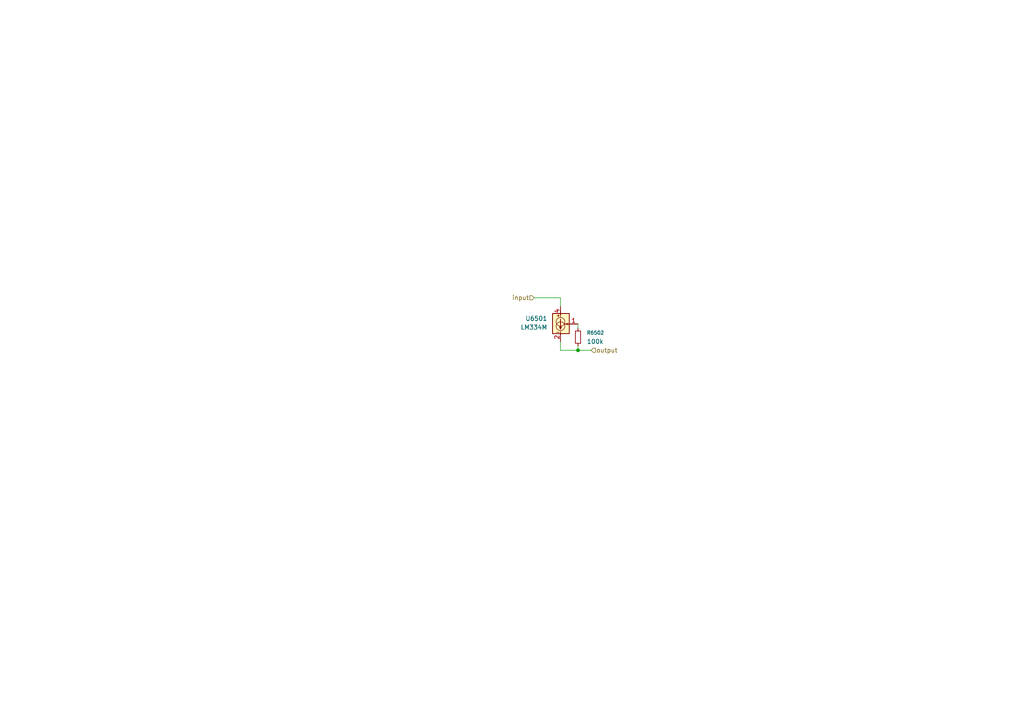
<source format=kicad_sch>
(kicad_sch (version 20250114) (generator "eeschema") (generator_version "9.0")
  (paper "A4")
  (lib_symbols
    (symbol "Device:R_Small" (pin_numbers (hide yes)) (pin_names (offset 0.254) (hide yes))
      (property "Reference" "R" (at 0 0 90))
      (property "Value" "R_Small" (at 1.778 0 90))
      (symbol "R_Small_0_1"
        (rectangle (start -0.762 1.778) (end 0.762 -1.778) (stroke (width 0.2032)))
      )
      (symbol "R_Small_1_1"
        (pin passive line (at 0 2.54 270) (length 0.762) (name "~") (number "1"))
        (pin passive line (at 0 -2.54 90) (length 0.762) (name "~") (number "2"))
      )
    )
    (symbol "Reference_Current:LM334M"
      (property "Reference" "U" (at 0.635 6.35 0))
      (property "Value" "LM334M" (at 0.635 4.445 0))
      (symbol "LM334M_0_1"
        (rectangle (start -2.286 3.048) (end 2.54 -2.794) (stroke (width 0.254)) (fill (type background)))
        (polyline (pts (xy -1.143 -2.413) (xy -0.381 -2.413)))
        (polyline (pts (xy -1.016 2.413) (xy -0.254 2.413)))
        (polyline (pts (xy -0.635 2.794) (xy -0.635 2.032)))
        (polyline (pts (xy 0 3.81) (xy 0 1.905)))
        (polyline (pts (xy 0 1.397) (xy 0 -1.397)) (stroke (width 0.254)))
        (circle (center 0 0.635) (radius 1.27))
        (circle (center 0 -0.635) (radius 1.27))
        (polyline (pts (xy 0 -1.397) (xy -0.254 -0.889) (xy 0.254 -0.889) (xy 0 -1.397)) (stroke (width 0.254)))
        (polyline (pts (xy 0 -1.905) (xy 0 -3.175)))
        (polyline (pts (xy 1.27 0) (xy 2.159 0.254) (xy 2.159 -0.254) (xy 1.27 0)))
        (polyline (pts (xy 5.08 0) (xy 1.27 0)))
      )
      (symbol "LM334M_1_1"
        (pin passive line (at 0 5.08 270) (length 2.54) (name "~") (number "4"))
        (pin passive line (at 0 -5.08 90) (length 2.54) (name "~") (number "2"))
        (pin passive line (at 0 -5.08 90) (length 2.54) (hide yes) (name "~") (number "3"))
        (pin passive line (at 0 -5.08 90) (length 2.54) (hide yes) (name "~") (number "6"))
        (pin passive line (at 0 -5.08 90) (length 2.54) (hide yes) (name "~") (number "7"))
        (pin passive line (at 5.08 0 180) (length 2.54) (name "~") (number "1"))
      )
    )
  )
  (junction (at 167.64 101.6))
  (wire (pts (xy 162.56 86.36) (xy 162.56 88.9)))
  (wire (pts (xy 167.64 95.25) (xy 167.64 93.98)))
  (wire (pts (xy 154.94 86.36) (xy 162.56 86.36)))
  (wire (pts (xy 167.64 101.6) (xy 167.64 100.33)))
  (wire (pts (xy 162.56 99.06) (xy 162.56 101.6)))
  (wire (pts (xy 162.56 101.6) (xy 167.64 101.6)))
  (wire (pts (xy 167.64 101.6) (xy 171.45 101.6)))
  (hierarchical_label "output" (shape input) (at 171.45 101.6 0))
  (hierarchical_label "input" (shape input) (at 154.94 86.36 180))
  (symbol (lib_id "Reference_Current:LM334M") (at 162.56 93.98 0) (unit 1)
    (property "Reference" "U6501" (at 158.75 92.3924 0) (effects (justify right)))
    (property "Value" "LM334M" (at 158.75 94.9324 0) (effects (justify right)))
    (property "Footprint" "Package_SO:SOIC-8_3.9x4.9mm_P1.27mm" (effects (hide yes)))
    (property "Datasheet" "http://www.ti.com/lit/ds/symlink/lm134.pdf" (effects (hide yes)))
    (property "Description" "1μA to 10mA 3-Terminal Adjustable Current Source, SO-8" (effects (hide yes)))
  )
  (symbol (lib_id "Device:R_Small") (at 167.64 97.79 180) (unit 1)
    (property "Reference" "R6502" (at 170.18 96.5199 0) (effects (font (size 1.016 1.016)) (justify right)))
    (property "Value" "100k" (at 170.18 99.0599 0) (effects (justify right)))
    (property "Footprint" "Resistor_SMD:R_0603_1608Metric_Pad0.98x0.95mm_HandSolder" (effects (hide yes)))
    (property "Description" "Resistor, small symbol" (effects (hide yes)))
  )
)
</source>
